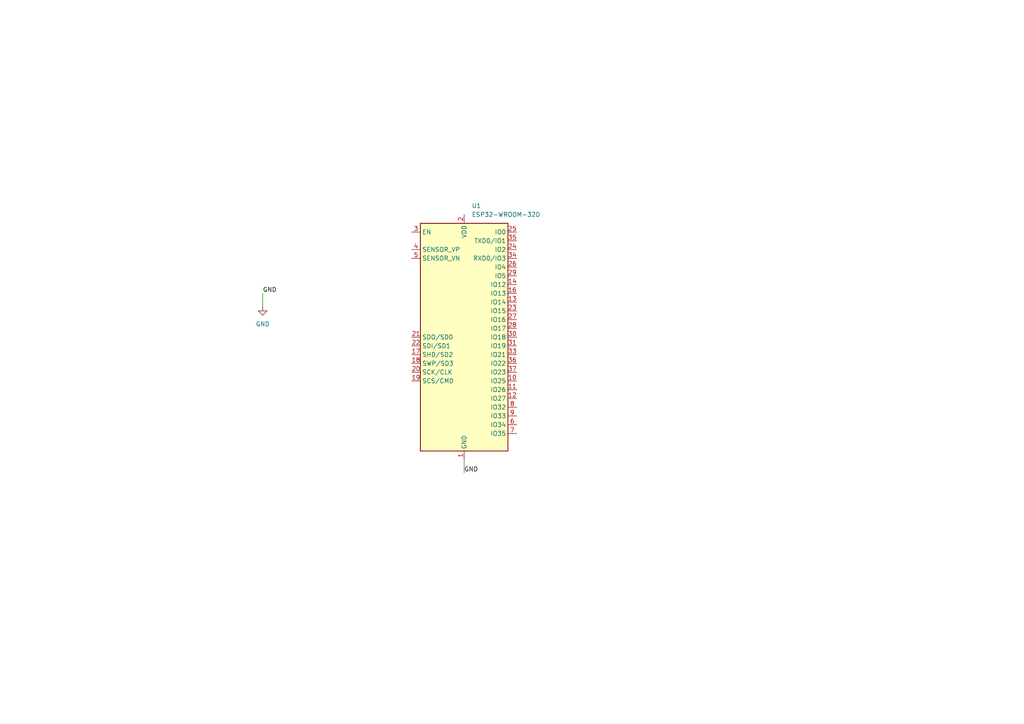
<source format=kicad_sch>
(kicad_sch (version 20231120) (generator "eeschema") (generator_version "8.0")
  (paper "A4")
  (lib_symbols
    (symbol "RF_Module:ESP32-WROOM-32D"
      (property "Reference" "U" (at -12.7 34.29 0))
      (property "Value" "ESP32-WROOM-32D" (at 1.27 34.29 0))
      (symbol "ESP32-WROOM-32D_0_1"
        (rectangle (start -12.7 33.02) (end 12.7 -33.02) (stroke (width 0.254)) (fill (type background)))
      )
      (symbol "ESP32-WROOM-32D_1_1"
        (pin power_in line (at 0 -35.56 90) (length 2.54) (name "GND") (number "1"))
        (pin bidirectional line (at 15.24 -12.7 180) (length 2.54) (name "IO25") (number "10"))
        (pin bidirectional line (at 15.24 -15.24 180) (length 2.54) (name "IO26") (number "11"))
        (pin bidirectional line (at 15.24 -17.78 180) (length 2.54) (name "IO27") (number "12"))
        (pin bidirectional line (at 15.24 10.16 180) (length 2.54) (name "IO14") (number "13"))
        (pin bidirectional line (at 15.24 15.24 180) (length 2.54) (name "IO12") (number "14"))
        (pin passive line (at 0 -35.56 90) (length 2.54) hide (name "GND") (number "15"))
        (pin bidirectional line (at 15.24 12.7 180) (length 2.54) (name "IO13") (number "16"))
        (pin bidirectional line (at -15.24 -5.08 0) (length 2.54) (name "SHD/SD2") (number "17"))
        (pin bidirectional line (at -15.24 -7.62 0) (length 2.54) (name "SWP/SD3") (number "18"))
        (pin bidirectional line (at -15.24 -12.7 0) (length 2.54) (name "SCS/CMD") (number "19"))
        (pin power_in line (at 0 35.56 270) (length 2.54) (name "VDD") (number "2"))
        (pin bidirectional line (at -15.24 -10.16 0) (length 2.54) (name "SCK/CLK") (number "20"))
        (pin bidirectional line (at -15.24 0 0) (length 2.54) (name "SDO/SD0") (number "21"))
        (pin bidirectional line (at -15.24 -2.54 0) (length 2.54) (name "SDI/SD1") (number "22"))
        (pin bidirectional line (at 15.24 7.62 180) (length 2.54) (name "IO15") (number "23"))
        (pin bidirectional line (at 15.24 25.4 180) (length 2.54) (name "IO2") (number "24"))
        (pin bidirectional line (at 15.24 30.48 180) (length 2.54) (name "IO0") (number "25"))
        (pin bidirectional line (at 15.24 20.32 180) (length 2.54) (name "IO4") (number "26"))
        (pin bidirectional line (at 15.24 5.08 180) (length 2.54) (name "IO16") (number "27"))
        (pin bidirectional line (at 15.24 2.54 180) (length 2.54) (name "IO17") (number "28"))
        (pin bidirectional line (at 15.24 17.78 180) (length 2.54) (name "IO5") (number "29"))
        (pin input line (at -15.24 30.48 0) (length 2.54) (name "EN") (number "3"))
        (pin bidirectional line (at 15.24 0 180) (length 2.54) (name "IO18") (number "30"))
        (pin bidirectional line (at 15.24 -2.54 180) (length 2.54) (name "IO19") (number "31"))
        (pin no_connect line (at -12.7 -27.94 0) (length 2.54) hide (name "NC") (number "32"))
        (pin bidirectional line (at 15.24 -5.08 180) (length 2.54) (name "IO21") (number "33"))
        (pin bidirectional line (at 15.24 22.86 180) (length 2.54) (name "RXD0/IO3") (number "34"))
        (pin bidirectional line (at 15.24 27.94 180) (length 2.54) (name "TXD0/IO1") (number "35"))
        (pin bidirectional line (at 15.24 -7.62 180) (length 2.54) (name "IO22") (number "36"))
        (pin bidirectional line (at 15.24 -10.16 180) (length 2.54) (name "IO23") (number "37"))
        (pin passive line (at 0 -35.56 90) (length 2.54) hide (name "GND") (number "38"))
        (pin passive line (at 0 -35.56 90) (length 2.54) hide (name "GND") (number "39"))
        (pin input line (at -15.24 25.4 0) (length 2.54) (name "SENSOR_VP") (number "4"))
        (pin input line (at -15.24 22.86 0) (length 2.54) (name "SENSOR_VN") (number "5"))
        (pin input line (at 15.24 -25.4 180) (length 2.54) (name "IO34") (number "6"))
        (pin input line (at 15.24 -27.94 180) (length 2.54) (name "IO35") (number "7"))
        (pin bidirectional line (at 15.24 -20.32 180) (length 2.54) (name "IO32") (number "8"))
        (pin bidirectional line (at 15.24 -22.86 180) (length 2.54) (name "IO33") (number "9"))
      )
    )
    (symbol "power:GND" (power) (pin_numbers hide) (pin_names (offset 0) hide)
      (property "Value" "GND" (at 0 -3.81 0))
      (symbol "GND_0_1"
        (polyline (pts (xy 0 0) (xy 0 -1.27) (xy 1.27 -1.27) (xy 0 -2.54) (xy -1.27 -1.27) (xy 0 -1.27)))
      )
      (symbol "GND_1_1"
        (pin power_in line (at 0 0 270) (length 0) (name "~") (number "1"))
      )
    )
  )
  (wire (pts (xy 76.2 85.09) (xy 76.2 88.9)))
  (wire (pts (xy 134.62 133.35) (xy 134.62 137.16)))
  (label "GND" (at 76.2 85.09 0))
  (label "GND" (at 134.62 137.16 0))
  (symbol (lib_id "RF_Module:ESP32-WROOM-32D") (at 134.62 97.79 0) (unit 1)
    (property "Reference" "U1" (at 136.8141 59.69 0) (effects (justify left)))
    (property "Value" "ESP32-WROOM-32D" (at 136.8141 62.23 0) (effects (justify left)))
    (property "Footprint" "Alexander Footprint Library:ESP32-WROOM-Adapter-Legacy-v2" (effects (hide yes)))
    (property "Datasheet" "https://www.espressif.com/sites/default/files/documentation/esp32-wroom-32d_esp32-wroom-32u_datasheet_en.pdf" (effects (hide yes)))
  )
  (symbol (lib_id "power:GND") (at 76.2 88.9 0) (unit 1)
    (property "Reference" "#PWR01" (effects (hide yes)))
    (property "Value" "GND" (at 76.2 93.98 0))
    (property "Description" "Power symbol creates a global label with name \"GND\" , ground" (effects (hide yes)))
  )
)
</source>
